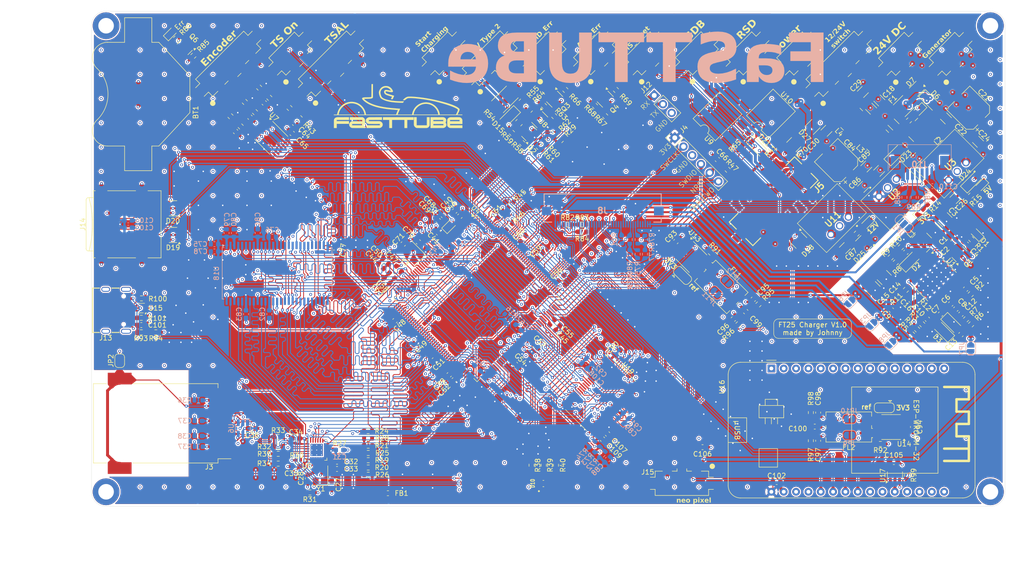
<source format=kicad_pcb>
(kicad_pcb
	(version 20241229)
	(generator "pcbnew")
	(generator_version "9.0")
	(general
		(thickness 1.6238)
		(legacy_teardrops no)
	)
	(paper "A4")
	(layers
		(0 "F.Cu" signal)
		(4 "In1.Cu" power)
		(6 "In2.Cu" power)
		(2 "B.Cu" signal)
		(9 "F.Adhes" user "F.Adhesive")
		(11 "B.Adhes" user "B.Adhesive")
		(13 "F.Paste" user)
		(15 "B.Paste" user)
		(5 "F.SilkS" user "F.Silkscreen")
		(7 "B.SilkS" user "B.Silkscreen")
		(1 "F.Mask" user)
		(3 "B.Mask" user)
		(17 "Dwgs.User" user "User.Drawings")
		(19 "Cmts.User" user "User.Comments")
		(21 "Eco1.User" user "User.Eco1")
		(23 "Eco2.User" user "User.Eco2")
		(25 "Edge.Cuts" user)
		(27 "Margin" user)
		(31 "F.CrtYd" user "F.Courtyard")
		(29 "B.CrtYd" user "B.Courtyard")
		(35 "F.Fab" user)
		(33 "B.Fab" user)
		(39 "User.1" user)
		(41 "User.2" user)
		(43 "User.3" user)
		(45 "User.4" user)
		(47 "User.5" user)
		(49 "User.6" user)
		(51 "User.7" user)
		(53 "User.8" user)
		(55 "User.9" user)
	)
	(setup
		(stackup
			(layer "F.SilkS"
				(type "Top Silk Screen")
			)
			(layer "F.Paste"
				(type "Top Solder Paste")
			)
			(layer "F.Mask"
				(type "Top Solder Mask")
				(thickness 0.01)
			)
			(layer "F.Cu"
				(type "copper")
				(thickness 0.035)
			)
			(layer "dielectric 1"
				(type "prepreg")
				(thickness 0.0994)
				(material "FR4")
				(epsilon_r 4.1)
				(loss_tangent 0.02)
			)
			(layer "In1.Cu"
				(type "copper")
				(thickness 0.035)
			)
			(layer "dielectric 2"
				(type "core")
				(thickness 1.265)
				(material "FR4")
				(epsilon_r 4.5)
				(loss_tangent 0.02)
			)
			(layer "In2.Cu"
				(type "copper")
				(thickness 0.035)
			)
			(layer "dielectric 3"
				(type "prepreg")
				(thickness 0.0994)
				(material "FR4")
				(epsilon_r 4.1)
				(loss_tangent 0.02)
			)
			(layer "B.Cu"
				(type "copper")
				(thickness 0.035)
			)
			(layer "B.Mask"
				(type "Bottom Solder Mask")
				(thickness 0.01)
			)
			(layer "B.Paste"
				(type "Bottom Solder Paste")
			)
			(layer "B.SilkS"
				(type "Bottom Silk Screen")
			)
			(copper_finish "None")
			(dielectric_constraints yes)
		)
		(pad_to_mask_clearance 0)
		(allow_soldermask_bridges_in_footprints no)
		(tenting front back)
		(pcbplotparams
			(layerselection 0x00000000_00000000_55555555_5755f5ff)
			(plot_on_all_layers_selection 0x00000000_00000000_00000000_00000000)
			(disableapertmacros no)
			(usegerberextensions no)
			(usegerberattributes yes)
			(usegerberadvancedattributes yes)
			(creategerberjobfile yes)
			(dashed_line_dash_ratio 12.000000)
			(dashed_line_gap_ratio 3.000000)
			(svgprecision 4)
			(plotframeref no)
			(mode 1)
			(useauxorigin no)
			(hpglpennumber 1)
			(hpglpenspeed 20)
			(hpglpendiameter 15.000000)
			(pdf_front_fp_property_popups yes)
			(pdf_back_fp_property_popups yes)
			(pdf_metadata yes)
			(pdf_single_document no)
			(dxfpolygonmode yes)
			(dxfimperialunits yes)
			(dxfusepcbnewfont yes)
			(psnegative no)
			(psa4output no)
			(plot_black_and_white yes)
			(plotinvisibletext no)
			(sketchpadsonfab no)
			(plotpadnumbers no)
			(hidednponfab no)
			(sketchdnponfab yes)
			(crossoutdnponfab yes)
			(subtractmaskfromsilk no)
			(outputformat 1)
			(mirror no)
			(drillshape 0)
			(scaleselection 1)
			(outputdirectory "Gerber/")
		)
	)
	(net 0 "")
	(net 1 "+3V3_FER")
	(net 2 "Earth")
	(net 3 "/Ethernet/LED_G")
	(net 4 "/Ethernet/LED_Y")
	(net 5 "GND")
	(net 6 "+3V3")
	(net 7 "+5V")
	(net 8 "/Power/3V3_Display")
	(net 9 "Net-(C5-Pad2)")
	(net 10 "Net-(U1-COMP)")
	(net 11 "Net-(U1-C1+)")
	(net 12 "Net-(U1-C1-)")
	(net 13 "Net-(U1-C2+)")
	(net 14 "Net-(U1-C2-)")
	(net 15 "Net-(U1-DRV)")
	(net 16 "Net-(U1-FB1)")
	(net 17 "Net-(U1-REF)")
	(net 18 "Net-(U1-VCOMIN)")
	(net 19 "+24V")
	(net 20 "Net-(U3-VI)")
	(net 21 "Net-(U2-VI)")
	(net 22 "/Peripherals/V_{ref2}")
	(net 23 "Net-(D1-A)")
	(net 24 "Net-(D15-K)")
	(net 25 "/IEC_Charging_Circuit/CP")
	(net 26 "/IEC_Charging_Circuit/PP")
	(net 27 "/Core/EV_Start_Charging")
	(net 28 "/Display/LCD_VGL")
	(net 29 "Net-(Q1-B)")
	(net 30 "Net-(Q2-G)")
	(net 31 "Net-(U1-FB3)")
	(net 32 "Net-(U1-FB2)")
	(net 33 "/IEC_Charging_Circuit/PWM_SENSE")
	(net 34 "/Core/Charging_Point_PWM")
	(net 35 "/Core/~{IMD_Error_LED}")
	(net 36 "/SDRAM/D9")
	(net 37 "/SDRAM/A11")
	(net 38 "/Core/~{AMS_Error_LED}")
	(net 39 "/SDRAM/D0")
	(net 40 "unconnected-(U4B-PC13-Pad8)")
	(net 41 "unconnected-(U4B-PD4-Pad146)")
	(net 42 "/Core/PCAP_RST")
	(net 43 "/Display/B5")
	(net 44 "unconnected-(U4B-PD13-Pad101)")
	(net 45 "/SDRAM/D14")
	(net 46 "/SDRAM/D2")
	(net 47 "/SDRAM/D4")
	(net 48 "/Core/OSC_in")
	(net 49 "/Core/SWCLK")
	(net 50 "unconnected-(U4B-PG3-Pad107)")
	(net 51 "/Display/R2")
	(net 52 "/SDRAM/A3")
	(net 53 "/SDRAM/D13")
	(net 54 "/Core/LCD_Reset")
	(net 55 "/Display/R0")
	(net 56 "/SDRAM/A2")
	(net 57 "/Display/R7")
	(net 58 "/Display/B4")
	(net 59 "/Core/AMS_Reset_in")
	(net 60 "/Core/AMS_Reset_out")
	(net 61 "/Core/SDC_out")
	(net 62 "/SDRAM/A0")
	(net 63 "unconnected-(U4B-PF8-Pad26)")
	(net 64 "/SDRAM/SDNE0")
	(net 65 "/Core/SWDIO")
	(net 66 "/SDRAM/A10")
	(net 67 "unconnected-(U4B-PH15-Pad130)")
	(net 68 "/Display/G0")
	(net 69 "/SDRAM/BA0")
	(net 70 "/Ethernet/RMII_TX_EN")
	(net 71 "/Core/NRST")
	(net 72 "/SDRAM/D12")
	(net 73 "/SDRAM/NBL0")
	(net 74 "/Display/B0")
	(net 75 "/Core/RMII_nRST")
	(net 76 "/Display/G2")
	(net 77 "/Display/R1")
	(net 78 "unconnected-(U4B-PI9-Pad11)")
	(net 79 "/SDRAM/SDNWE")
	(net 80 "/Ethernet/RMII_RXD1")
	(net 81 "/SDRAM/A9")
	(net 82 "/SDRAM/D11")
	(net 83 "unconnected-(U4B-PH12-Pad89)")
	(net 84 "/Display/DE")
	(net 85 "/Display/G3")
	(net 86 "/Display/CLK")
	(net 87 "/Peripherals/USART_RX")
	(net 88 "unconnected-(U4B-PD3-Pad145)")
	(net 89 "unconnected-(U4B-PI3-Pad134)")
	(net 90 "/Peripherals/USB_OTG_VBUS")
	(net 91 "/SDRAM/A4")
	(net 92 "/Display/B3")
	(net 93 "/Peripherals/SDMMC_D0")
	(net 94 "/SDRAM/D15")
	(net 95 "/SDRAM/D3")
	(net 96 "/Display/G4")
	(net 97 "/SDRAM/A7")
	(net 98 "unconnected-(U4E-PG2-Pad106)")
	(net 99 "Net-(U4F-BOOT0)")
	(net 100 "unconnected-(U4B-PD7-Pad151)")
	(net 101 "/Display/G7")
	(net 102 "/Core/LED_B")
	(net 103 "/Ethernet/RMII_MDIO")
	(net 104 "/Display/G1")
	(net 105 "/Display/R6")
	(net 106 "/SDRAM/D6")
	(net 107 "/SDRAM/A1")
	(net 108 "/SDRAM/D8")
	(net 109 "/Display/B6")
	(net 110 "/Display/R4")
	(net 111 "/Core/OSC_out")
	(net 112 "unconnected-(U4B-PF6-Pad24)")
	(net 113 "/SDRAM/A5")
	(net 114 "/Display/G6")
	(net 115 "/Peripherals/ESP_RX")
	(net 116 "unconnected-(U4B-PF9-Pad27)")
	(net 117 "/Display/G5")
	(net 118 "/Core/LED_G")
	(net 119 "/Display/R5")
	(net 120 "unconnected-(U4B-PF7-Pad25)")
	(net 121 "/Ethernet/RMII_TXD1")
	(net 122 "/SDRAM/D5")
	(net 123 "/Peripherals/SDMMC_CMD")
	(net 124 "/SDRAM/D1")
	(net 125 "Net-(U4A-VREF+)")
	(net 126 "/Display/B1")
	(net 127 "/Display/B7")
	(net 128 "unconnected-(U4B-PD11-Pad99)")
	(net 129 "/Ethernet/RMII_MDC")
	(net 130 "unconnected-(U4B-PD12-Pad100)")
	(net 131 "/Core/OSC32_in")
	(net 132 "/SDRAM/SDCLK")
	(net 133 "/Peripherals/USART_TX")
	(net 134 "unconnected-(U4B-PA10-Pad121)")
	(net 135 "/Core/LED_R")
	(net 136 "/SDRAM/SDCKE0")
	(net 137 "/Ethernet/RMII_RXD0")
	(net 138 "unconnected-(U4B-PH11-Pad88)")
	(net 139 "/Ethernet/RMII_CRS_DV")
	(net 140 "/Core/TRACESWO")
	(net 141 "/Display/HSYNC")
	(net 142 "/Ethernet/RMII_TXD0")
	(net 143 "/SDRAM/D10")
	(net 144 "/SDRAM/SDNCAS")
	(net 145 "/Display/R3")
	(net 146 "/Core/OSC32_out")
	(net 147 "/Display/VSYNC")
	(net 148 "/SDRAM/D7")
	(net 149 "unconnected-(U4B-PG9-Pad152)")
	(net 150 "/SDRAM/BA1")
	(net 151 "/SDRAM/SDNRAS")
	(net 152 "/SDRAM/A6")
	(net 153 "/SDRAM/NBL1")
	(net 154 "/Display/B2")
	(net 155 "/Ethernet/RMII_REF_CLK")
	(net 156 "/SDRAM/A8")
	(net 157 "unconnected-(U4B-PB2-Pad58)")
	(net 158 "/Ethernet/XTAL2")
	(net 159 "/Ethernet/XTAL1")
	(net 160 "/Peripherals/ESP_TX")
	(net 161 "/Peripherals/STM_CAN_TX")
	(net 162 "/Peripherals/STM_CAN_RX")
	(net 163 "/Peripherals/SDMMC_CK")
	(net 164 "/Peripherals/ESP_CAN_RX")
	(net 165 "/SDC_and_SCS/RSD_in")
	(net 166 "/SDC_and_SCS/RSD_out")
	(net 167 "/Peripherals/ESP_CAN_TX")
	(net 168 "/Display/LCD_VGH")
	(net 169 "Net-(D5-A)")
	(net 170 "Net-(D9-A)")
	(net 171 "/Core/SDC_in")
	(net 172 "Net-(Q3-G)")
	(net 173 "Net-(Q4-G)")
	(net 174 "/Core/SDC_enable")
	(net 175 "/Display/I2C_SDA")
	(net 176 "/Display/I2C_SCL")
	(net 177 "/Display/LCD_SELB")
	(net 178 "VDD")
	(net 179 "/Display/LCD_STBYB")
	(net 180 "Net-(J1-Pin_1)")
	(net 181 "/Display/LCD_U{slash}D")
	(net 182 "/Display/LCD_L{slash}R")
	(net 183 "/Display/RXIN0-")
	(net 184 "/Display/RXCLKIN+")
	(net 185 "/Display/RXIN0+")
	(net 186 "/Display/RXIN2-")
	(net 187 "/Display/RXIN1-")
	(net 188 "/Display/RXIN2+")
	(net 189 "/Display/RXIN3+")
	(net 190 "/Display/RXIN3-")
	(net 191 "/Display/RXIN1+")
	(net 192 "/Display/RXCLKIN-")
	(net 193 "Net-(J2-Pin_1)")
	(net 194 "Net-(U4F-PDR_ON)")
	(net 195 "/Peripherals/SDMMC_D1")
	(net 196 "/Peripherals/SDMMC_D2")
	(net 197 "/Peripherals/SDMMC_D3")
	(net 198 "/Core/SDC_Voltage")
	(net 199 "/Core/TSAL_Green")
	(net 200 "/Core/TS_on")
	(net 201 "/Peripherals/USB_OTG_DP")
	(net 202 "/Peripherals/USB_OTG_DN")
	(net 203 "/Peripherals/D-")
	(net 204 "/Peripherals/D+")
	(net 205 "/Core/PCAP_Int")
	(net 206 "/Display/LCD_VDD")
	(net 207 "/Core/Encoder_push")
	(net 208 "/Core/Encoder_A")
	(net 209 "/Core/Encoder_B")
	(net 210 "/Ethernet/RXN")
	(net 211 "/Ethernet/TXN")
	(net 212 "/Ethernet/RXP")
	(net 213 "/Ethernet/TXP")
	(net 214 "/Core/SDC_on")
	(net 215 "/Core/EncB_on")
	(net 216 "/Core/EncPush_on")
	(net 217 "/Core/EncA_on")
	(net 218 "Net-(D16-A)")
	(net 219 "Net-(D16-K)")
	(net 220 "Net-(D17-K)")
	(net 221 "Net-(D17-A)")
	(net 222 "/Display/LCD_AVDD")
	(net 223 "/Display/VCOM")
	(net 224 "Net-(D7-K)")
	(net 225 "unconnected-(U4B-PH9-Pad86)")
	(net 226 "unconnected-(U4B-PH6-Pad83)")
	(net 227 "unconnected-(U4B-PH7-Pad84)")
	(net 228 "Net-(D3-A)")
	(net 229 "Net-(J13-CC2)")
	(net 230 "Net-(U5-VDDCR)")
	(net 231 "Net-(C39-Pad1)")
	(net 232 "Net-(C64-Pad1)")
	(net 233 "Net-(C67-Pad1)")
	(net 234 "Net-(C72-Pad1)")
	(net 235 "Net-(C73-Pad1)")
	(net 236 "Net-(U15-VBUS)")
	(net 237 "Net-(D2-A)")
	(net 238 "Net-(D8-A)")
	(net 239 "Net-(D10-BK)")
	(net 240 "Net-(D10-GK)")
	(net 241 "Net-(D10-RK)")
	(net 242 "Net-(JP12-B)")
	(net 243 "Net-(JP11-B)")
	(net 244 "Net-(JP9-B)")
	(net 245 "Net-(JP10-B)")
	(net 246 "Net-(Q6-G)")
	(net 247 "Net-(J3-Pad11)")
	(net 248 "Net-(J3-Pad2)")
	(net 249 "unconnected-(J3-NC-Pad9)")
	(net 250 "Net-(J5-Pin_2)")
	(net 251 "Net-(J13-CC1)")
	(net 252 "unconnected-(J13-SBU2-PadB8)")
	(net 253 "unconnected-(J13-SBU1-PadA8)")
	(net 254 "Net-(Q2-D)")
	(net 255 "Net-(R29-Pad1)")
	(net 256 "Net-(J15-Pin_2)")
	(net 257 "Net-(JP4-C)")
	(net 258 "Net-(JP5-C)")
	(net 259 "Net-(R3-Pad2)")
	(net 260 "Net-(R8-Pad2)")
	(net 261 "/Peripherals/V_{ref1}")
	(net 262 "Net-(U5-RXD0{slash}MODE0)")
	(net 263 "Net-(U5-RXD1{slash}MODE1)")
	(net 264 "Net-(U5-CRS_DV{slash}MODE2)")
	(net 265 "Net-(U5-~{INT}{slash}REFCLKO)")
	(net 266 "Net-(U5-RXER{slash}PHYAD0)")
	(net 267 "Net-(U5-RBIAS)")
	(net 268 "Net-(U8--)")
	(net 269 "Net-(R65-Pad1)")
	(net 270 "Net-(R70-Pad2)")
	(net 271 "V_{In}")
	(net 272 "Net-(R75-Pad2)")
	(net 273 "Net-(U13-Rs)")
	(net 274 "Net-(U14-Rs)")
	(net 275 "Net-(U16-D21)")
	(net 276 "unconnected-(U7-Pad12)")
	(net 277 "unconnected-(U7-Pad10)")
	(net 278 "unconnected-(U9-Pad3)")
	(net 279 "unconnected-(U10-Pad3)")
	(net 280 "unconnected-(U10-Pad5)")
	(net 281 "unconnected-(U16-D26-Pad7)")
	(net 282 "unconnected-(U16-D2-Pad27)")
	(net 283 "unconnected-(U16-VIN-Pad1)")
	(net 284 "unconnected-(U16-D34-Pad12)")
	(net 285 "unconnected-(U16-D39{slash}VN-Pad13)")
	(net 286 "unconnected-(U16-D19-Pad21)")
	(net 287 "unconnected-(U16-D36{slash}VP-Pad14)")
	(net 288 "unconnected-(U16-TX0{slash}D1-Pad18)")
	(net 289 "unconnected-(U16-D14-Pad5)")
	(net 290 "unconnected-(U16-D25-Pad8)")
	(net 291 "unconnected-(U16-D15-Pad28)")
	(net 292 "unconnected-(U16-D13-Pad3)")
	(net 293 "unconnected-(U16-D23-Pad16)")
	(net 294 "unconnected-(U16-D27-Pad6)")
	(net 295 "unconnected-(U16-EN-Pad15)")
	(net 296 "unconnected-(U16-D33-Pad9)")
	(net 297 "unconnected-(U16-D22-Pad17)")
	(net 298 "unconnected-(U16-D35-Pad11)")
	(net 299 "unconnected-(U16-D18-Pad22)")
	(net 300 "unconnected-(U16-D12-Pad4)")
	(net 301 "unconnected-(U16-D32-Pad10)")
	(net 302 "unconnected-(U16-RX0{slash}D3-Pad19)")
	(net 303 "unconnected-(U17-NC-Pad1)")
	(net 304 "Net-(BT1-+)")
	(net 305 "VBAT")
	(net 306 "Net-(D22-A)")
	(net 307 "Net-(U4E-PG8)")
	(net 308 "unconnected-(U18-NC-Pad40)")
	(net 309 "unconnected-(U18-NC-Pad36)")
	(net 310 "Net-(U11-VI)")
	(net 311 "Net-(D25-K)")
	(net 312 "Net-(D26-A)")
	(net 313 "+12V")
	(net 314 "unconnected-(J8-Pin_37-Pad37)")
	(net 315 "unconnected-(J8-Pin_23-Pad23)")
	(net 316 "unconnected-(J8-Pin_26-Pad26)")
	(net 317 "Net-(J8-Pin_35)")
	(net 318 "unconnected-(J8-Pin_27-Pad27)")
	(net 319 "unconnected-(J8-Pin_24-Pad24)")
	(net 320 "Net-(J8-Pin_38)")
	(net 321 "unconnected-(J8-Pin_4-Pad4)")
	(net 322 "Net-(J8-Pin_29)")
	(net 323 "Net-(J8-Pin_1)")
	(net 324 "unconnected-(J8-Pin_36-Pad36)")
	(net 325 "Net-(U19-CLKSEL)")
	(net 326 "Net-(U19-~{SHTDN})")
	(net 327 "Net-(R76-Pad2)")
	(net 328 "/Core/CAN+")
	(net 329 "/Core/CAN-")
	(net 330 "Net-(R43-Pad2)")
	(footprint "Capacitor_SMD:C_1206_3216Metric" (layer "F.Cu") (at 218.05 68.997055 -45))
	(footprint "Capacitor_SMD:C_0603_1608Metric" (layer "F.Cu") (at 217.599138 91.659104 45))
	(footprint "Package_SO:SOIC-8_3.9x4.9mm_P1.27mm" (layer "F.Cu") (at 214.55 127.660001 180))
	(footprint "Resistor_SMD:R_0603_1608Metric" (layer "F.Cu") (at 106.95 137.5))
	(footprint "Capacitor_SMD:C_0603_1608Metric" (layer "F.Cu") (at 158.3 112.25 45))
	(footprint "Capacitor_SMD:C_1206_3216Metric" (layer "F.Cu") (at 232.45 68.897055 -45))
	(footprint "Capacitor_SMD:C_0603_1608Metric" (layer "F.Cu") (at 91.3 67.197055 135))
	(footprint "Capacitor_SMD:C_0603_1608Metric" (layer "F.Cu") (at 218.670709 101.512049 -45))
	(footprint "Charger:ESP32-WROOM-32-DevKit-30Pin" (layer "F.Cu") (at 189.92 115.6 -90))
	(footprint "LED_SMD:LED_0603_1608Metric" (layer "F.Cu") (at 66.35 46.55 45))
	(footprint "Inductor_SMD:L_Wuerth_WE-PD2-Typ-MS" (layer "F.Cu") (at 211.8 68.697055 -45))
	(footprint "Package_TO_SOT_SMD:SOT-23-3" (layer "F.Cu") (at 155.728751 60.125806 -45))
	(footprint "Resistor_SMD:R_0603_1608Metric" (layer "F.Cu") (at 88.425 131.675 180))
	(footprint "Package_DIP:SMDIP-6_W9.53mm" (layer "F.Cu") (at 178.828751 63.675806 135))
	(footprint "FaSTTUBe_connectors:Micro_Mate-N-Lok_2p_vertical" (layer "F.Cu") (at 226.8 50.8 -135))
	(footprint "Resistor_SMD:R_0603_1608Metric" (layer "F.Cu") (at 187.260986 102.407037 45))
	(footprint "Resistor_SMD:R_0603_1608Metric" (layer "F.Cu") (at 60.2725 101.16 180))
	(footprint "Diode_SMD:D_SOD-123" (layer "F.Cu") (at 222.6 60.547055 -45))
	(footprint "Package_SO:TSSOP-56_6.1x14mm_P0.5mm" (layer "F.Cu") (at 154.773231 121.177037 -45))
	(footprint "Inductor_SMD:L_0603_1608Metric" (layer "F.Cu") (at 111 141.3 180))
	(footprint "Resistor_SMD:R_0603_1608Metric" (layer "F.Cu") (at 60.2475 108.16))
	(footprint "Inductor_SMD:L_Wuerth_WE-PD2-Typ-MS" (layer "F.Cu") (at 221.75 66.297055 45))
	(footprint "LED_SMD:LED_0603_1608Metric" (layer "F.Cu") (at 220.356847 62.390208 -135))
	(footprint "Capacitor_SMD:CP_Elec_6.3x7.7" (layer "F.Cu") (at 230.75 62.247055 135))
	(footprint "Capacitor_SMD:C_0603_1608Metric" (layer "F.Cu") (at 199.55 124.685001 90))
	(footprint "LED_SMD:LED_0603_1608Metric"
		(layer "F.Cu")
		(uuid "1f34baa5-2d47-413a-acd2-7464f5d472f5")
		(at 232.120709 87.912049 135)
		(descr "LED SMD 0603 (1608 Metric), square (rectangular) end terminal, IPC_7351 nominal, (Body size source: http://www.tortai-tech.com/upload/download/2011102023233369053.pdf), generated with kicad-footprint-generator")
		(tags "LED")
		(property "Reference" "D1"
			(at -2.439518 0.035355 135)
			(layer "F.SilkS")
			(uuid "89b09451-c746-4b6c-af57-954da90da0bd")
			(effects
				(font
					(size 1 1)
					(thickness 0.15)
				)
			)
		)
		(property "Value" "LED"
			(at 0 1.43 135)
			(layer "F.Fab")
			(uuid "36dbd8d7-c542-4e2f-a50d-e2c354c80ccd")
			(effects
				(font
					(size 1 1)
					(thickness 0.15)
				)
			)
		)
		(property "Datasheet" ""
			(at 0 0 135)
			(unlocked yes)
			(layer "F.Fab")
			(hide yes)
			(uuid "0eaaacc7-8ef7-43c3-8116-775b34855269")
			(effects
				(font
					(size 1.27 1.27)
					(thickness 0.15)
				)
			)
		)
		(property "Description" ""
			(at 0 0 135)
			(unlocked yes)
			(layer "F.Fab")
			(hide yes)
			(uuid "41583d99-75b9-47ec-ab06-3440d63eda37")
			(effects
				(font
					(size 1.27 1.27)
					(thickness 0.15)
				)
			)
		)
		(property ki_fp_filters "LED* LED_SMD:* LED_THT:*")
		(path "/91c9895f-7dce-429f-866f-2980d966c967/f4877ad5-fef9-44e7-b1f1-a2ec8ac204bf")
		(sheetname "/Power/")
		(sheetfile "Power.kicad_sch")
		(attr smd)
		(fp_line
			(start 0.8 -0.735)
			(end -1.485 -0.735)
			(stroke
				(width 0.12)
				(type solid)
			)
			(layer "F.SilkS")
			(uuid "9acb9f3c-221c-4c1c-aa92-68df2cc6c783")
		)
		(fp_line
			(start -1.485 -0.735)
			(end -1.485 0.735)
			(stroke
				(width 0.12)
				(type solid)
			)
			(layer "F.SilkS")
			(uuid "fc27798f-bfe9-44b8-8458-a21c50e8c785")
		)
		(fp_line
			(start -1.485 0.735)
			(end 0.8 0.735)
			(stroke
				(width 0.12)
				(type solid)
			)
			(layer "F.SilkS")
			(uuid "a4c512c7-ab45-4ce5-87d9-f6ed13720958")
		)
		(fp_line
			(start 1.48 -0.73)
			(end 1.48 0.73)
			(stroke
				(width 0.05)
				(type solid)
			)
			(layer "F.CrtYd")
			(uuid "425bb85f-1488-4c44-a540-390a3e41c9bd")
		)
		(fp_line
			(start 1.48 0.73)
			(end -1.48 0.73)
			(stroke
				(width 0.05)
				(type solid)
			)
			(layer "F.CrtYd")
			(uuid "f4cb1cf5-fc55-4c1a-954d-f3c599ef0e5a")
		)
		(fp_line
			(start -1.48 -0.73)
			(end 1.48 -0.73)
			(stroke
				(width 0.05)
				(type solid)
			)
			(layer "F.CrtYd")
			(uuid "7a5a1f17-b441-4dfa-9a17-b1f4568b7f67")
		)
		(fp_line
			(start -1.48 0.73)
			(end -1.48 -0.73)
			(stroke
				(width 0.05)
				(type solid)
			)
			(layer "F.CrtYd")
			(uuid "77860eb3-ded6-4efe-9576-1a03c290c190")
		)
		(fp_line
			(start 0.8 -0.4)
			(end -0.5 -0.4)
			(stroke
				(width 0.1)
				(type solid)
			)
			(layer "F.Fab")
			(uuid "ac469250-b267-4244-ba44-2adac400479a")
		)
		(fp_line
			(start 0.8 0.4)
			(end 0.8 -0.4)
			(stroke
				(width 0.1)
				(type solid)
			)
			(layer "F.Fab")
			(uuid "012faa27-9803-455a-9472-4321983d8e06")
		)
		(fp_line
			(start -0.5 -0.4)
			(end -0.8
... [9877573 chars truncated]
</source>
